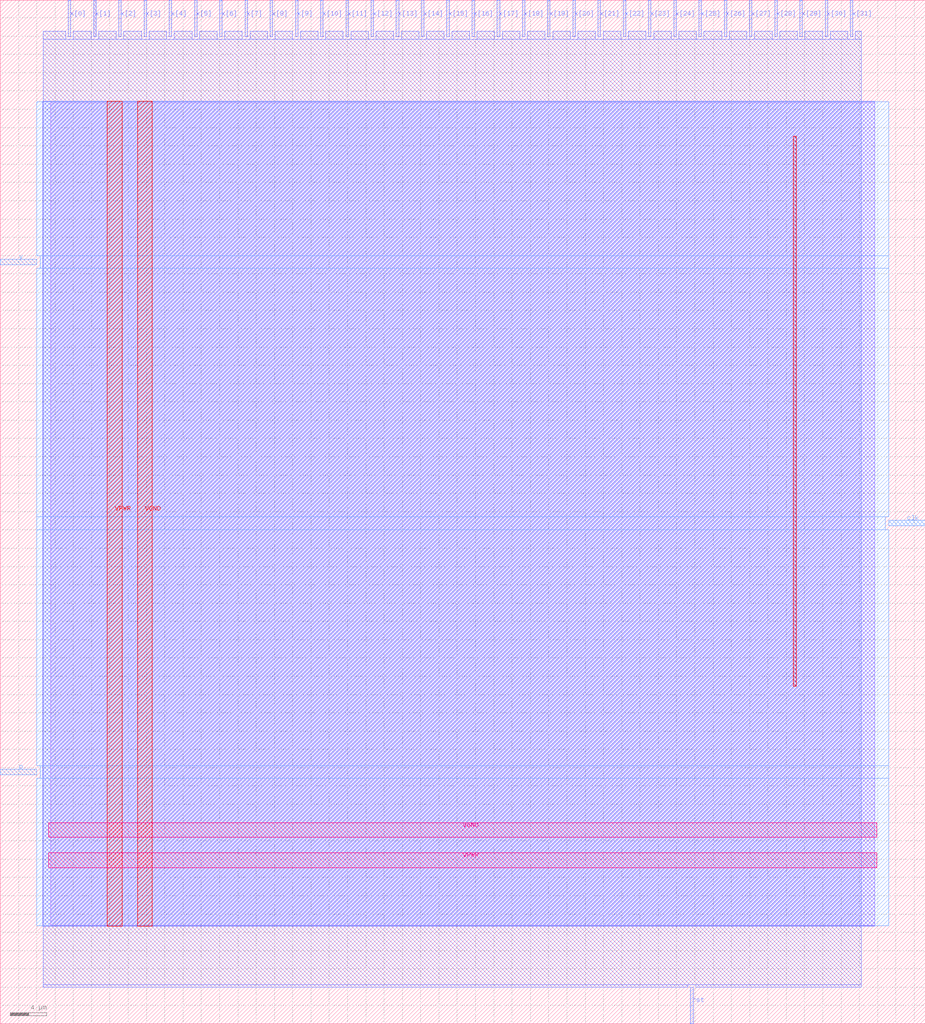
<source format=lef>
VERSION 5.7 ;
  NOWIREEXTENSIONATPIN ON ;
  DIVIDERCHAR "/" ;
  BUSBITCHARS "[]" ;
MACRO spm
  CLASS BLOCK ;
  FOREIGN spm ;
  ORIGIN 0.000 0.000 ;
  SIZE 101.205 BY 111.925 ;
  PIN VGND
    USE GROUND ;
    PORT
      LAYER met5 ;
        RECT 5.280 20.380 95.920 21.980 ;
    END
    PORT
      LAYER met4 ;
        RECT 15.020 10.640 16.620 100.880 ;
    END
  END VGND
  PIN VPWR
    USE POWER ;
    PORT
      LAYER met5 ;
        RECT 5.280 17.080 95.920 18.680 ;
    END
    PORT
      LAYER met4 ;
        RECT 11.720 10.640 13.320 100.880 ;
    END
  END VPWR
  PIN clk
    ANTENNAGATEAREA 10.176000 ;
    PORT
      LAYER met3 ;
        RECT 97.205 54.440 101.205 55.040 ;
    END
  END clk
  PIN p
    ANTENNADIFFAREA 1.336500 ;
    PORT
      LAYER met3 ;
        RECT 0.000 27.240 4.000 27.840 ;
    END
  END p
  PIN rst
    ANTENNAGATEAREA 0.196500 ;
    PORT
      LAYER met2 ;
        RECT 75.530 0.000 75.810 4.000 ;
    END
  END rst
  PIN x[0]
    ANTENNAGATEAREA 0.196500 ;
    PORT
      LAYER met2 ;
        RECT 7.450 107.925 7.730 111.925 ;
    END
  END x[0]
  PIN x[10]
    ANTENNAGATEAREA 0.196500 ;
    PORT
      LAYER met2 ;
        RECT 35.050 107.925 35.330 111.925 ;
    END
  END x[10]
  PIN x[11]
    ANTENNAGATEAREA 0.196500 ;
    PORT
      LAYER met2 ;
        RECT 37.810 107.925 38.090 111.925 ;
    END
  END x[11]
  PIN x[12]
    ANTENNAGATEAREA 0.196500 ;
    PORT
      LAYER met2 ;
        RECT 40.570 107.925 40.850 111.925 ;
    END
  END x[12]
  PIN x[13]
    ANTENNAGATEAREA 0.196500 ;
    PORT
      LAYER met2 ;
        RECT 43.330 107.925 43.610 111.925 ;
    END
  END x[13]
  PIN x[14]
    ANTENNAGATEAREA 0.196500 ;
    PORT
      LAYER met2 ;
        RECT 46.090 107.925 46.370 111.925 ;
    END
  END x[14]
  PIN x[15]
    ANTENNAGATEAREA 0.196500 ;
    PORT
      LAYER met2 ;
        RECT 48.850 107.925 49.130 111.925 ;
    END
  END x[15]
  PIN x[16]
    ANTENNAGATEAREA 0.196500 ;
    PORT
      LAYER met2 ;
        RECT 51.610 107.925 51.890 111.925 ;
    END
  END x[16]
  PIN x[17]
    ANTENNAGATEAREA 0.196500 ;
    PORT
      LAYER met2 ;
        RECT 54.370 107.925 54.650 111.925 ;
    END
  END x[17]
  PIN x[18]
    ANTENNAGATEAREA 0.196500 ;
    PORT
      LAYER met2 ;
        RECT 57.130 107.925 57.410 111.925 ;
    END
  END x[18]
  PIN x[19]
    ANTENNAGATEAREA 0.196500 ;
    PORT
      LAYER met2 ;
        RECT 59.890 107.925 60.170 111.925 ;
    END
  END x[19]
  PIN x[1]
    ANTENNAGATEAREA 0.196500 ;
    PORT
      LAYER met2 ;
        RECT 10.210 107.925 10.490 111.925 ;
    END
  END x[1]
  PIN x[20]
    ANTENNAGATEAREA 0.196500 ;
    PORT
      LAYER met2 ;
        RECT 62.650 107.925 62.930 111.925 ;
    END
  END x[20]
  PIN x[21]
    ANTENNAGATEAREA 0.196500 ;
    PORT
      LAYER met2 ;
        RECT 65.410 107.925 65.690 111.925 ;
    END
  END x[21]
  PIN x[22]
    ANTENNAGATEAREA 0.196500 ;
    PORT
      LAYER met2 ;
        RECT 68.170 107.925 68.450 111.925 ;
    END
  END x[22]
  PIN x[23]
    ANTENNAGATEAREA 0.196500 ;
    PORT
      LAYER met2 ;
        RECT 70.930 107.925 71.210 111.925 ;
    END
  END x[23]
  PIN x[24]
    ANTENNAGATEAREA 0.196500 ;
    PORT
      LAYER met2 ;
        RECT 73.690 107.925 73.970 111.925 ;
    END
  END x[24]
  PIN x[25]
    ANTENNAGATEAREA 0.196500 ;
    PORT
      LAYER met2 ;
        RECT 76.450 107.925 76.730 111.925 ;
    END
  END x[25]
  PIN x[26]
    ANTENNAGATEAREA 0.196500 ;
    PORT
      LAYER met2 ;
        RECT 79.210 107.925 79.490 111.925 ;
    END
  END x[26]
  PIN x[27]
    ANTENNAGATEAREA 0.196500 ;
    PORT
      LAYER met2 ;
        RECT 81.970 107.925 82.250 111.925 ;
    END
  END x[27]
  PIN x[28]
    ANTENNAGATEAREA 0.196500 ;
    PORT
      LAYER met2 ;
        RECT 84.730 107.925 85.010 111.925 ;
    END
  END x[28]
  PIN x[29]
    ANTENNAGATEAREA 0.196500 ;
    PORT
      LAYER met2 ;
        RECT 87.490 107.925 87.770 111.925 ;
    END
  END x[29]
  PIN x[2]
    ANTENNAGATEAREA 0.196500 ;
    PORT
      LAYER met2 ;
        RECT 12.970 107.925 13.250 111.925 ;
    END
  END x[2]
  PIN x[30]
    ANTENNAGATEAREA 0.196500 ;
    PORT
      LAYER met2 ;
        RECT 90.250 107.925 90.530 111.925 ;
    END
  END x[30]
  PIN x[31]
    ANTENNAGATEAREA 0.196500 ;
    PORT
      LAYER met2 ;
        RECT 93.010 107.925 93.290 111.925 ;
    END
  END x[31]
  PIN x[3]
    ANTENNAGATEAREA 0.196500 ;
    PORT
      LAYER met2 ;
        RECT 15.730 107.925 16.010 111.925 ;
    END
  END x[3]
  PIN x[4]
    ANTENNAGATEAREA 0.196500 ;
    PORT
      LAYER met2 ;
        RECT 18.490 107.925 18.770 111.925 ;
    END
  END x[4]
  PIN x[5]
    ANTENNAGATEAREA 0.196500 ;
    PORT
      LAYER met2 ;
        RECT 21.250 107.925 21.530 111.925 ;
    END
  END x[5]
  PIN x[6]
    ANTENNAGATEAREA 0.196500 ;
    PORT
      LAYER met2 ;
        RECT 24.010 107.925 24.290 111.925 ;
    END
  END x[6]
  PIN x[7]
    ANTENNAGATEAREA 0.196500 ;
    PORT
      LAYER met2 ;
        RECT 26.770 107.925 27.050 111.925 ;
    END
  END x[7]
  PIN x[8]
    ANTENNAGATEAREA 0.196500 ;
    PORT
      LAYER met2 ;
        RECT 29.530 107.925 29.810 111.925 ;
    END
  END x[8]
  PIN x[9]
    ANTENNAGATEAREA 0.196500 ;
    PORT
      LAYER met2 ;
        RECT 32.290 107.925 32.570 111.925 ;
    END
  END x[9]
  PIN y
    ANTENNAGATEAREA 0.196500 ;
    PORT
      LAYER met3 ;
        RECT 0.000 83.000 4.000 83.600 ;
    END
  END y
  OBS
      LAYER li1 ;
        RECT 5.520 10.795 95.680 100.725 ;
      LAYER met1 ;
        RECT 4.670 10.640 95.680 100.880 ;
      LAYER met2 ;
        RECT 10.210 107.925 10.490 111.925 ;
        RECT 4.690 107.645 7.170 108.530 ;
        RECT 8.010 107.645 9.930 108.530 ;
        RECT 10.770 107.645 12.690 108.530 ;
        RECT 13.530 107.645 15.450 108.530 ;
        RECT 16.290 107.645 18.210 108.530 ;
        RECT 19.050 107.645 20.970 108.530 ;
        RECT 21.810 107.645 23.730 108.530 ;
        RECT 24.570 107.645 26.490 108.530 ;
        RECT 27.330 107.645 29.250 108.530 ;
        RECT 30.090 107.645 32.010 108.530 ;
        RECT 32.850 107.645 34.770 108.530 ;
        RECT 35.610 107.645 37.530 108.530 ;
        RECT 38.370 107.645 40.290 108.530 ;
        RECT 41.130 107.645 43.050 108.530 ;
        RECT 43.890 107.645 45.810 108.530 ;
        RECT 46.650 107.645 48.570 108.530 ;
        RECT 49.410 107.645 51.330 108.530 ;
        RECT 52.170 107.645 54.090 108.530 ;
        RECT 54.930 107.645 56.850 108.530 ;
        RECT 57.690 107.645 59.610 108.530 ;
        RECT 60.450 107.645 62.370 108.530 ;
        RECT 63.210 107.645 65.130 108.530 ;
        RECT 65.970 107.645 67.890 108.530 ;
        RECT 68.730 107.645 70.650 108.530 ;
        RECT 71.490 107.645 73.410 108.530 ;
        RECT 74.250 107.645 76.170 108.530 ;
        RECT 77.010 107.645 78.930 108.530 ;
        RECT 79.770 107.645 81.690 108.530 ;
        RECT 82.530 107.645 84.450 108.530 ;
        RECT 85.290 107.645 87.210 108.530 ;
        RECT 88.050 107.645 89.970 108.530 ;
        RECT 90.810 107.645 92.730 108.530 ;
        RECT 93.570 107.645 94.200 108.530 ;
        RECT 4.690 4.280 94.200 107.645 ;
        RECT 4.690 4.000 75.250 4.280 ;
        RECT 76.090 4.000 94.200 4.280 ;
      LAYER met3 ;
        RECT 97.205 54.440 101.205 55.040 ;
        RECT 4.000 84.000 97.205 100.805 ;
        RECT 4.400 82.600 97.205 84.000 ;
        RECT 4.000 55.440 97.205 82.600 ;
        RECT 4.000 54.040 96.805 55.440 ;
        RECT 4.000 28.240 97.205 54.040 ;
        RECT 4.400 26.840 97.205 28.240 ;
        RECT 4.000 10.715 97.205 26.840 ;
      LAYER met4 ;
        RECT 86.775 36.895 87.105 97.065 ;
  END
END spm
END LIBRARY


</source>
